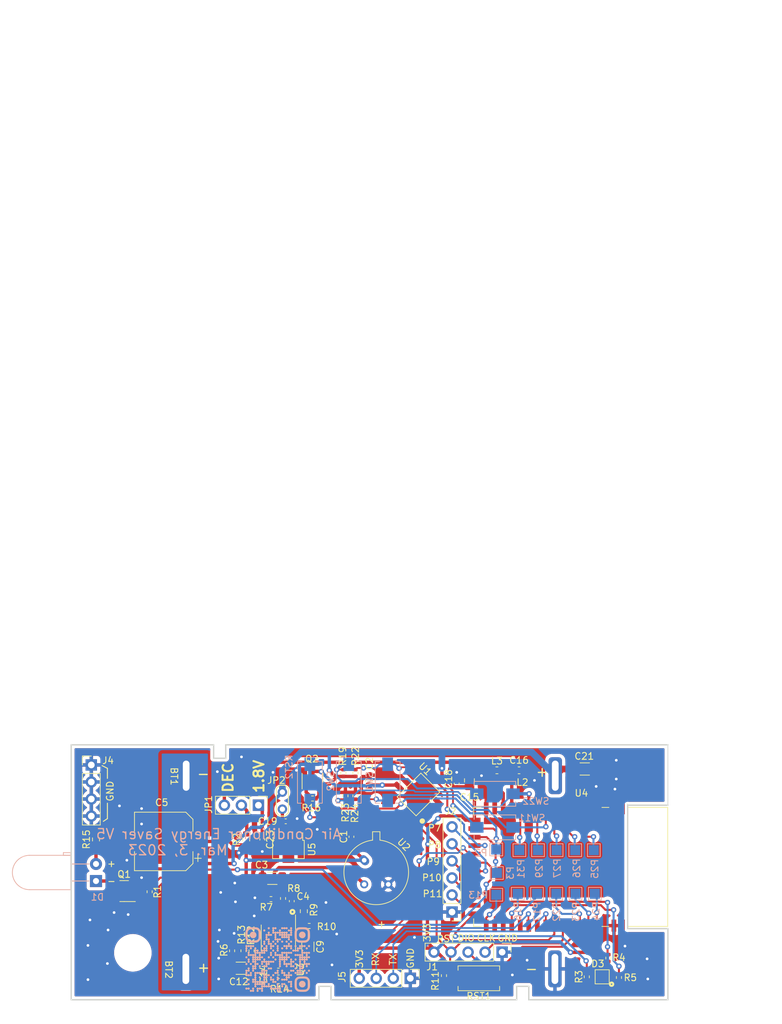
<source format=kicad_pcb>
(kicad_pcb (version 20211014) (generator pcbnew)
  (layers (0 "F.Cu" signal) (31 "B.Cu" signal) (34 "B.Paste" user) (35 "F.Paste" user) (36 "B.SilkS" user "B.Silkscreen") (37 "F.SilkS" user "F.Silkscreen") (38 "B.Mask" user) (39 "F.Mask" user) (44 "Edge.Cuts" user))
  (net 0 "")
  (net 1 "GND")
  (net 2 "Net-(D1-Pad1)")
  (net 3 "Net-(C2-Pad1)")
  (net 4 "Net-(C3-Pad1)")
  (net 5 "Net-(C4-Pad1)")
  (net 6 "Net-(C4-Pad2)")
  (net 7 "Net-(C9-Pad1)")
  (net 8 "Net-(C14-Pad1)")
  (net 9 "Net-(C12-Pad2)")
  (net 10 "/PIR")
  (net 11 "/OP_VCC")
  (net 12 "Net-(D1-Pad2)")
  (net 13 "Net-(D3-Pad1)")
  (net 14 "Net-(D3-Pad2)")
  (net 15 "Net-(D3-Pad4)")
  (net 16 "/RESET")
  (net 17 "/SWCLK")
  (net 18 "/SWDIO")
  (net 19 "Net-(L2-Pad2)")
  (net 20 "Net-(L3-Pad2)")
  (net 21 "/IR1")
  (net 22 "/LED_B")
  (net 23 "/LED_G")
  (net 24 "/LED_R")
  (net 25 "Net-(R7-Pad1)")
  (net 26 "/TX")
  (net 27 "/RX")
  (net 28 "Net-(J2-Pad2)")
  (net 29 "Net-(R19-Pad1)")
  (net 30 "Net-(R22-Pad1)")
  (net 31 "/SW2")
  (net 32 "/SW1")
  (net 33 "/IR_IN")
  (net 34 "+3V0")
  (net 35 "Net-(BT1-Pad2)")
  (net 36 "+1V8")
  (net 37 "/DEC4")
  (net 38 "Net-(JP1-Pad2)")
  (net 39 "Net-(Q1-Pad1)")
  (net 43 "Net-(C19-Pad1)")
  (net 44 "Net-(J2-Pad3)")
  (net 45 "Net-(J2-Pad4)")
  (net 46 "Net-(J2-Pad5)")
  (net 47 "Net-(J2-Pad6)")
  (net 48 "Net-(P3-Pad1)")
  (net 49 "Net-(P13-Pad1)")
  (net 50 "Net-(P16-Pad1)")
  (net 52 "Net-(P17-Pad1)")
  (net 53 "/DRV_IR")
  (net 54 "Net-(P23-Pad1)")
  (net 55 "Net-(P24-Pad1)")
  (net 56 "Net-(P25-Pad1)")
  (net 57 "Net-(P26-Pad1)")
  (net 58 "Net-(P27-Pad1)")
  (net 59 "Net-(P29-Pad1)")
  (net 60 "Net-(P31-Pad1)")
  (net 61 "Net-(P22-Pad1)")
  (net 62 "Net-(R13-Pad2)")
  (footprint "Capacitor_SMD:CP_Elec_8x10.5" (layer "F.Cu") (at 110.8 87.7 180)
    (fp_text reference "C5")
    (fp_text value "1000uF")
  )
  (footprint "Motion_sense:IRM-H638" (layer "F.Cu") (at 148.8 80.7 45)
    (fp_text reference "U1")
    (fp_text value "IRM-H638T/TR2")
  )
  (footprint "Resistor_SMD:R_0402_1005Metric" (layer "F.Cu") (at 178.7 107.98 90)
    (fp_text reference "R5")
    (fp_text value "1K")
  )
  (footprint "Resistor_SMD:R_0402_1005Metric" (layer "F.Cu") (at 121 104 -90)
    (fp_text reference "R6")
    (fp_text value "13K")
  )
  (footprint "Package_TO_SOT_SMD:SOT-23" (layer "F.Cu") (at 133 78.2 90)
    (fp_text reference "Q2")
    (fp_text value "AO3401A")
  )
  (footprint "Capacitor_SMD:C_1206_3216Metric" (layer "F.Cu") (at 127 93.2 180)
    (fp_text reference "C3")
    (fp_text value "22uF")
  )
  (footprint "Button_Switch_SMD:SW_SPST_EVQPE1" (layer "F.Cu") (at 157.8 108.1 180)
    (fp_text reference "RST1")
    (fp_text value "SW_Push")
  )
  (footprint "Capacitor_SMD:C_0603_1608Metric" (layer "F.Cu") (at 163.8 77.1)
    (fp_text reference "C16")
    (fp_text value "1uF")
  )
  (footprint "Connector_PinHeader_2.54mm:PinHeader_1x06_P2.54mm_Vertical" (layer "F.Cu") (at 153.8 98.22 180)
    (fp_text reference "J2")
    (fp_text value "Conn_01x06_Male")
  )
  (footprint "Connector_PinHeader_2.54mm:PinHeader_1x03_P2.54mm_Vertical" (layer "F.Cu") (at 124.925 82.3 -90)
    (fp_text reference "JP1")
    (fp_text value "Jumper_3_Bridged12")
  )
  (footprint "Resistor_SMD:R_0402_1005Metric" (layer "F.Cu") (at 152.6 107.7 90)
    (fp_text reference "R11")
    (fp_text value "10K")
  )
  (footprint "Resistor_SMD:R_0402_1005Metric" (layer "F.Cu") (at 133 81.3 180)
    (fp_text reference "R16")
    (fp_text value "47K")
  )
  (footprint "Resistor_SMD:R_0402_1005Metric" (layer "F.Cu") (at 108.7 95.2 -90)
    (fp_text reference "R1")
    (fp_text value "4.7K")
  )
  (footprint "RF_Module:E73-2G4M04S" (layer "F.Cu") (at 171.5 91.5 -90)
    (fp_text reference "U4")
    (fp_text value "E73-2G4M04S-52810")
  )
  (footprint "Inductor_SMD:L_0603_1608Metric" (layer "F.Cu") (at 160.5 77.1 180)
    (fp_text reference "L3")
    (fp_text value "10uH")
  )
  (footprint "Connector_PinHeader_2.54mm:PinHeader_1x04_P2.54mm_Vertical" (layer "F.Cu") (at 100 76.3)
    (fp_text reference "J4")
    (fp_text value "Conn_01x04_Male")
  )
  (footprint "Resistor_SMD:R_0402_1005Metric" (layer "F.Cu") (at 123.9 104 -90)
    (fp_text reference "R12")
    (fp_text value "470K")
  )
  (footprint "Resistor_SMD:R_0603_1608Metric" (layer "F.Cu") (at 123.1 87.4 90)
    (fp_text reference "R2")
    (fp_text value "4.7K")
  )
  (footprint "Resistor_SMD:R_0603_1608Metric" (layer "F.Cu") (at 100.7 87.4 90)
    (fp_text reference "R15")
    (fp_text value "22R")
  )
  (footprint "Capacitor_SMD:C_0402_1005Metric" (layer "F.Cu") (at 154.5 79.1 90)
    (fp_text reference "C18")
    (fp_text value "100nF")
  )
  (footprint "Resistor_SMD:R_0402_1005Metric" (layer "F.Cu") (at 137.9 80.9 -90)
    (fp_text reference "R23")
    (fp_text value "10K")
  )
  (footprint "Resistor_SMD:R_0402_1005Metric" (layer "F.Cu") (at 128.6 96.2 90)
    (fp_text reference "R8")
    (fp_text value "10K")
  )
  (footprint "Resistor_SMD:R_0402_1005Metric" (layer "F.Cu") (at 132.5 100.3 180)
    (fp_text reference "R10")
    (fp_text value "30K")
  )
  (footprint "Resistor_SMD:R_0402_1005Metric" (layer "F.Cu") (at 137.6 77.5 -90)
    (fp_text reference "R19")
    (fp_text value "0R")
  )
  (footprint "Connector_PinHeader_2.54mm:PinHeader_1x05_P2.54mm_Vertical" (layer "F.Cu") (at 161.275 104.2 -90)
    (fp_text reference "J1")
    (fp_text value "Conn_01x05_Male")
  )
  (footprint "Connector_PinHeader_2.54mm:PinHeader_1x04_P2.54mm_Vertical" (layer "F.Cu") (at 147.58 108.1 -90)
    (fp_text reference "J5")
    (fp_text value "Conn_01x04_Male")
  )
  (footprint "Package_TO_SOT_SMD:SOT-89-3" (layer "F.Cu") (at 129.4 88.6 -90)
    (fp_text reference "U5")
    (fp_text value "HT7218")
  )
  (footprint "Capacitor_SMD:C_0402_1005Metric" (layer "F.Cu") (at 129 84.7)
    (fp_text reference "C19")
    (fp_text value "100nF")
  )
  (footprint "Motion_sense:FM-B2020RGBA-HG" (layer "F.Cu") (at 176.2 107.88 180)
    (fp_text reference "D3")
    (fp_text value "LED_RGBA")
  )
  (footprint "Capacitor_SMD:C_0603_1608Metric" (layer "F.Cu") (at 141.4 78.6 90)
    (fp_text reference "C2")
    (fp_text value "4.7uF")
  )
  (footprint "Resistor_SMD:R_0402_1005Metric" (layer "F.Cu") (at 126.8 96.3 180)
    (fp_text reference "R7")
    (fp_text value "47K")
  )
  (footprint "Resistor_SMD:R_0603_1608Metric" (layer "F.Cu") (at 131.7 98.1 -90)
    (fp_text reference "R9")
    (fp_text value "2.1M")
  )
  (footprint "Capacitor_SMD:C_0402_1005Metric" (layer "F.Cu") (at 125.5 87.4 -90)
    (fp_text reference "C23")
    (fp_text value "100nF")
  )
  (footprint "Package_TO_SOT_THT:TO-39-3" (layer "F.Cu") (at 140.703949 90.503949 -45)
    (fp_text reference "U2")
    (fp_text value "PIR203A-S0")
  )
  (footprint "Package_SO:SOIC-8_3.9x4.9mm_P1.27mm" (layer "F.Cu") (at 127.9 102.1 -90)
    (fp_text reference "U3")
    (fp_text value "RS8032XK")
  )
  (footprint "Capacitor_SMD:C_0805_2012Metric" (layer "F.Cu") (at 156.4 78.6 90)
    (fp_text reference "C15")
    (fp_text value "4.7uF")
  )
  (footprint "Capacitor_SMD:C_1206_3216Metric" (layer "F.Cu") (at 132.3 103.4 -90)
    (fp_text reference "C9")
    (fp_text value "10uF")
  )
  (footprint "Motion_sense:AA Batt" (layer "F.Cu") (at 140.85 106.7 180)
    (fp_text reference "BT2")
    (fp_text value "Battery_Cell")
  )
  (footprint "Capacitor_SMD:C_0402_1005Metric" (layer "F.Cu") (at 129.9 96.6 -90)
    (fp_text reference "C4")
    (fp_text value "10nF")
  )
  (footprint "Package_TO_SOT_SMD:SOT-23" (layer "F.Cu") (at 104.9 95.1 180)
    (fp_text reference "Q1")
    (fp_text value "BC817-40")
  )
  (footprint "Resistor_SMD:R_0402_1005Metric" (layer "F.Cu") (at 177.125 105.08 90)
    (fp_text reference "R4")
    (fp_text value "1K")
  )
  (footprint "Inductor_SMD:L_0402_1005Metric" (layer "F.Cu") (at 162.2 78.9 180)
    (fp_text reference "L2")
    (fp_text value "15nH")
  )
  (footprint "Capacitor_SMD:C_1206_3216Metric" (layer "F.Cu") (at 173.6 76.9 180)
    (fp_text reference "C21")
    (fp_text value "10uF")
  )
  (footprint "Capacitor_SMD:C_0603_1608Metric" (layer "F.Cu") (at 127.9 107.1)
    (fp_text reference "C14")
    (fp_text value "20nF")
  )
  (footprint "TestPoint:TestPoint_2Pads_Pitch2.54mm_Drill0.8mm" (layer "F.Cu") (at 128.5 80.35 -90)
    (fp_text reference "JP2")
    (fp_text value "Jumper_2_Open")
  )
  (footprint "Capacitor_SMD:C_1206_3216Metric" (layer "F.Cu") (at 122.3 106.6)
    (fp_text reference "C12")
    (fp_text value "10uF")
  )
  (footprint "Resistor_SMD:R_0402_1005Metric" (layer "F.Cu") (at 173.9 107.88 90)
    (fp_text reference "R3")
    (fp_text value "1K")
  )
  (footprint "Capacitor_SMD:C_0402_1005Metric" (layer "F.Cu") (at 138.8 87 90)
    (fp_text reference "C1")
    (fp_text value "10nF")
  )
  (footprint "Resistor_SMD:R_0402_1005Metric" (layer "F.Cu") (at 122.7 104 90)
    (fp_text reference "R13")
    (fp_text value "300K")
  )
  (footprint "Resistor_SMD:R_0402_1005Metric" (layer "F.Cu") (at 139.4 77.5 -90)
    (fp_text reference "R22")
    (fp_text value "0R")
  )
  (footprint "Resistor_SMD:R_0402_1005Metric" (layer "F.Cu") (at 127.9 108.5)
    (fp_text reference "R14")
    (fp_text value "1M")
  )
  (footprint "Motion_sense:Mounting Hole 2.3mm" (layer "F.Cu") (at 106.2 104.3)
    (fp_text reference "H1")
    (fp_text value "MountingHole")
  )
  (footprint "Motion_sense:AA Batt" (layer "F.Cu") (at 142.45 77.9)
    (fp_text reference "BT1")
    (fp_text value "Battery_Cell")
  )
  (footprint "Resistor_SMD:R_0402_1005Metric" (layer "F.Cu") (at 139.4 80.9 -90)
    (fp_text reference "R24")
    (fp_text value "10K")
  )
  (footprint "TestPoint:TestPoint_Pad_1.5x1.5mm" (layer "B.Cu") (at 166.475 95.5 -90)
    (fp_text reference "P17")
    (fp_text value "TestPoint")
  )
  (footprint "Button_Switch_SMD:SW_SPST_EVQPE1" (layer "B.Cu") (at 144.2 78.9 90)
    (fp_text reference "SW1")
    (fp_text value "SW_Push")
  )
  (footprint "Button_Switch_SMD:SW_SPST_EVQPE1" (layer "B.Cu") (at 160.2 85.6 180)
    (fp_text reference "SW11")
    (fp_text value "SW_Push")
  )
  (footprint "TestPoint:TestPoint_Pad_1.5x1.5mm" (layer "B.Cu") (at 163.85 89 -90)
    (fp_text reference "P31")
    (fp_text value "TestPoint")
  )
  (footprint "TestPoint:TestPoint_Pad_1.5x1.5mm" (layer "B.Cu") (at 172.175 89 -90)
    (fp_text reference "P26")
    (fp_text value "TestPoint")
  )
  (footprint "TestPoint:TestPoint_Pad_1.5x1.5mm" (layer "B.Cu") (at 169.35 95.5 -90)
    (fp_text reference "P22")
    (fp_text value "TestPoint")
  )
  (footprint "TestPoint:TestPoint_Pad_1.5x1.5mm" (layer "B.Cu") (at 174.95 89 -90)
    (fp_text reference "P25")
    (fp_text value "TestPoint")
  )
  (footprint "Button_Switch_SMD:SW_SPST_EVQPE1" (layer "B.Cu") (at 138.4 78.9 90)
    (fp_text reference "SW2")
    (fp_text value "SW_Push")
  )
  (footprint "TestPoint:TestPoint_Pad_1.5x1.5mm" (layer "B.Cu") (at 160.5 92.4 180)
    (fp_text reference "P3")
    (fp_text value "TestPoint")
  )
  (footprint "LOGO" (layer "B.Cu") (at 127.8 105.3 180)
    (fp_text reference "G***")
    (fp_text value "LOGO" hide)
  )
  (footprint "TestPoint:TestPoint_Pad_1.5x1.5mm" (layer "B.Cu") (at 160.4 88.9 180)
    (fp_text reference "P2")
    (fp_text value "TestPoint")
  )
  (footprint "Button_Switch_SMD:SW_SPST_EVQPE1" (layer "B.Cu") (at 160.2 80.6 180)
    (fp_text reference "SW22")
    (fp_text value "SW_Push")
  )
  (footprint "TestPoint:TestPoint_Pad_1.5x1.5mm" (layer "B.Cu") (at 163.6 95.5 -90)
    (fp_text reference "P16")
    (fp_text value "TestPoint")
  )
  (footprint "TestPoint:TestPoint_Pad_1.5x1.5mm" (layer "B.Cu") (at 166.625 89 -90)
    (fp_text reference "P29")
    (fp_text value "TestPoint")
  )
  (footprint "TestPoint:TestPoint_Pad_1.5x1.5mm" (layer "B.Cu") (at 160.4 95.65 -90)
    (fp_text reference "P13")
    (fp_text value "TestPoint")
  )
  (footprint "TestPoint:TestPoint_Pad_1.5x1.5mm" (layer "B.Cu") (at 172.225 95.5 -90)
    (fp_text reference "P23")
    (fp_text value "TestPoint")
  )
  (footprint "Button_Switch_SMD:SW_SPST_EVQPE1" (layer "B.Cu") (at 132.6 78.9 -90)
    (fp_text reference "RST2")
    (fp_text value "SW_Push")
  )
  (footprint "LED_THT:LED_D5.0mm_Horizontal_O3.81mm_Z3.0mm" (layer "B.Cu") (at 100.7 93.6 90)
    (fp_text reference "D1")
    (fp_text value "IR333-A")
  )
  (footprint "TestPoint:TestPoint_Pad_1.5x1.5mm" (layer "B.Cu") (at 169.4 89 -90)
    (fp_text reference "P27")
    (fp_text value "TestPoint")
  )
  (footprint "TestPoint:TestPoint_Pad_1.5x1.5mm" (layer "B.Cu") (at 175.1 95.5 -90)
    (fp_text reference "P24")
    (fp_text value "TestPoint")
  )
  (gr_line (start 102.4 84.3) (end 101.8 84.7) (layer "F.SilkS") (width 0.15))
  (gr_line (start 101.6 76.4) (end 102.4 76.8) (layer "F.SilkS") (width 0.15))
  (gr_line (start 102.4 82) (end 102.4 84.3) (layer "F.SilkS") (width 0.15))
  (gr_line (start 102.4 76.8) (end 102.4 78.3) (layer "F.SilkS") (width 0.15))
  (gr_line (start 97 73.3) (end 118.25 73.3) (layer "Edge.Cuts") (width 0.2))
  (gr_line (start 120.05 75.3) (end 120.05 73.3) (layer "Edge.Cuts") (width 0.2))
  (gr_line (start 133.95 111.3) (end 133.95 109.3) (layer "Edge.Cuts") (width 0.2))
  (gr_line (start 163.45 109.3) (end 165.25 109.3) (layer "Edge.Cuts") (width 0.2))
  (gr_line (start 135.75 111.3) (end 163.45 111.3) (layer "Edge.Cuts") (width 0.2))
  (gr_line (start 97 111.3) (end 133.95 111.3) (layer "Edge.Cuts") (width 0.2))
  (gr_line (start 118.25 73.3) (end 118.25 75.3) (layer "Edge.Cuts") (width 0.2))
  (gr_line (start 133.95 109.3) (end 135.75 109.3) (layer "Edge.Cuts") (width 0.2))
  (gr_line (start 118.25 75.3) (end 120.05 75.3) (layer "Edge.Cuts") (width 0.2))
  (gr_line (start 120.05 73.3) (end 186 73.3) (layer "Edge.Cuts") (width 0.2))
  (gr_line (start 135.75 109.3) (end 135.75 111.3) (layer "Edge.Cuts") (width 0.2))
  (gr_line (start 180 82.3) (end 180 100.7) (layer "Edge.Cuts") (width 0.2))
  (gr_line (start 163.45 111.3) (end 163.45 109.3) (layer "Edge.Cuts") (width 0.2))
  (gr_line (start 186 111.3) (end 186 100.7) (layer "Edge.Cuts") (width 0.2))
  (gr_line (start 186 73.3) (end 186 82.3) (layer "Edge.Cuts") (width 0.1))
  (gr_line (start 97 111.3) (end 97 73.3) (layer "Edge.Cuts") (width 0.2))
  (gr_line (start 165.25 109.3) (end 165.25 111.3) (layer "Edge.Cuts") (width 0.2))
  (gr_line (start 186 82.3) (end 180 82.3) (layer "Edge.Cuts") (width 0.2))
  (gr_line (start 180 100.7) (end 186 100.7) (layer "Edge.Cuts") (width 0.2))
  (gr_line (start 165.25 111.3) (end 186 111.3) (layer "Edge.Cuts") (width 0.2))
  (gr_text "Air Conditioner Energy Saver V5" (at 119 86.6) (layer "B.SilkS") (effects (font (size 1.5 1.5) (thickness 0.2)) (justify mirror)))
  (gr_text "Mar. 3, 2023" (at 112.9 89) (layer "B.SilkS") (effects (font (size 1.5 1.5) (thickness 0.2)) (justify mirror)))
  (gr_text "RX" (at 142.4 105.3 90) (layer "F.SilkS") (effects (font (size 1 1))))
  (gr_text "TX" (at 145 105.3 90) (layer "F.SilkS") (effects (font (size 1 1))))
  (gr_text "P9" (at 151 90.7) (layer "F.SilkS") (effects (font (size 1 1))))
  (gr_text "3V3" (at 150.1 101.3 90) (layer "F.SilkS") (effects (font (size 1 1))))
  (gr_text "GND" (at 162.1 102.1) (layer "F.SilkS") (effects (font (size 1 1))))
  (gr_text "CLK" (at 158.9 102.1) (layer "F.SilkS") (effects (font (size 1 1))))
  (gr_text "RST" (at 152.9 102.2) (layer "F.SilkS") (effects (font (size 1 1))))
  (gr_text "P7" (at 151.2 85.7) (layer "F.SilkS") (effects (font (size 1 1))))
  (gr_text "P8" (at 151.2 88.2) (layer "F.SilkS") (effects (font (size 1 1))))
  (gr_text "3V3" (at 140 105.2 90) (layer "F.SilkS") (effects (font (size 1 1))))
  (gr_text "1.8V" (at 125 78 90) (layer "F.SilkS") (effects (font (size 1.5 1.5) (thickness 0.3))))
  (gr_text "+" (at 143.3 100) (layer "F.SilkS") (effects (font (size 1 1))))
  (gr_text "GND" (at 102.8 80.2 90) (layer "F.SilkS") (effects (font (size 1 1))))
  (gr_text "DIO" (at 155.9 102.1) (layer "F.SilkS") (effects (font (size 1 1))))
  (gr_text "P11" (at 150.9 95.5) (layer "F.SilkS") (effects (font (size 1 1))))
  (gr_text "+" (at 103 91) (layer "F.SilkS") (effects (font (size 1 1))))
  (gr_text "GND" (at 147.6 105.1 90) (layer "F.SilkS") (effects (font (size 1 1))))
  (gr_text "DEC" (at 120.4 78.2 90) (layer "F.SilkS") (effects (font (size 1.5 1.5) (thickness 0.3))))
  (gr_text "-" (at 103 93.6) (layer "F.SilkS") (effects (font (size 1 1))))
  (gr_text "P10" (at 150.8 93.1) (layer "F.SilkS") (effects (font (size 1 1))))
  (segment (start 140.27548 78.22452) (end 140.27548 80.12452) (width 0.5) (layer "F.Cu") (net 1))
  (segment (start 154.5 78.62) (end 154.5 77.4) (width 0.3) (layer "F.Cu") (net 1))
  (segment (start 139.4 80.39) (end 137.9 80.39) (width 0.5) (layer "F.Cu") (net 1))
  (segment (start 141.2 78.025) (end 140.475 78.025) (width 0.5) (layer "F.Cu") (net 1))
  (segment (start 140.01 80.39) (end 139.4 80.39) (width 0.5) (layer "F.Cu") (net 1))
  (segment (start 140.27548 80.12452) (end 140.01 80.39) (width 0.5) (layer "F.Cu") (net 1))
  (segment (start 140.475 78.025) (end 140.27548 78.22452) (width 0.5) (layer "F.Cu") (net 1))
  (via (at 130.7 84.3) (size 0.8) (drill 0.4) (layers "F.Cu" "B.Cu") (net 1))
  (via (at 162.8 107.6) (size 0.8) (drill 0.4) (layers "F.Cu" "B.Cu") (net 1))
  (via (at 175.3 79.5) (size 0.8) (drill 0.4) (layers "F.Cu" "B.Cu") (net 1))
  (via (at 124.4 96.1) (size 0.8) (drill 0.4) (layers "F.Cu" "B.Cu") (net 1))
  (via (at 104.2 82.4) (size 0.8) (drill 0.4) (layers "F.Cu" "B.Cu") (net 1))
  (via (at 178.3 75.6) (size 0.8) (drill 0.4) (layers "F.Cu" "B.Cu") (net 1))
  (via (at 118.8 77.3) (size 0.8) (drill 0.4) (layers "F.Cu" "B.Cu") (net 1))
  (via (at 166.1 78.6) (size 0.8) (drill 0.4) (layers "F.Cu" "B.Cu") (net 1))
  (via (at 148.2 102) (size 0.8) (drill 0.4) (layers "F.Cu" "B.Cu") (net 1))
  (via (at 103.4 98.3) (size 0.8) (drill 0.4) (layers "F.Cu" "B.Cu") (net 1))
  (via (at 105.5 98.6) (size 0.8) (drill 0.4) (layers "F.Cu" "B.Cu") (net 1))
  (via (at 133.7 85.9) (size 0.8) (drill 0.4) (layers "F.Cu" "B.Cu") (net 1))
  (via (at 99.5 108.3) (size 0.8) (drill 0.4) (layers "F.Cu" "B.Cu") (net 1))
  (via (at 121.3 101.4) (size 0.8) (drill 0.4) (layers "F.Cu" "B.Cu") (net 1))
  (via (at 107.5 85.1) (size 0.8) (drill 0.4) (layers "F.Cu" "B.Cu") (net 1))
  (via (at 158.2 77.9) (size 0.8) (drill 0.4) (layers "F.Cu" "B.Cu") (net 1))
  (via (at 121.5 96.7) (size 0.8) (drill 0.4) (layers "F.Cu" "B.Cu") (net 1))
  (via (at 99.5 103.2) (size 0.8) (drill 0.4) (layers "F.Cu" "B.Cu") (net 1))
  (via (at 107.5 93.1) (size 0.8) (drill 0.4) (layers "F.Cu" "B.Cu") (net 1))
  (via (at 182.9 105.2) (size 0.8) (drill 0.4) (layers "F.Cu" "B.Cu") (net 1))
  (via (at 154.5 77.4) (size 0.8) (drill 0.4) (layers "F.Cu" "B.Cu") (net 1))
  (via (at 178.3 78.4) (size 0.8) (drill 0.4) (layers "F.Cu" "B.Cu") (net 1))
  (via (at 119 105.1) (size 0.8) (drill 0.4) (layers "F.Cu" "B.Cu") (net 1))
  (via (at 99.8 99.4) (size 0.8) (drill 0.4) (layers "F.Cu" "B.Cu") (net 1))
  (via (at 136.6 101.5) (size 0.8) (drill 0.4) (layers "F.Cu" "B.Cu") (net 1))
  (via (at 135 96.8) (size 0.8) (drill 0.4) (layers "F.Cu" "B.Cu") (net 1))
  (via (at 127.1 77.4) (size 0.8) (drill 0.4) (layers "F.Cu" "B.Cu") (net 1))
  (via (at 119 108.2) (size 0.8) (drill 0.4) (layers "F.Cu" "B.Cu") (net 1))
  (via (at 118.9 102.6) (size 0.8) (drill 0.4) (layers "F.Cu" "B.Cu") (net 1))
  (via (at 119.1 100.9) (size 0.8) (drill 0.4) (layers "F.Cu" "B.Cu") (net 1))
  (via (at 135.9 106.1) (size 0.8) (drill 0.4) (layers "F.Cu" "B.Cu") (net 1))
  (via (at 119.3 95.3) (size 0.8) (drill 0.4) (layers "F.Cu" "B.Cu") (net 1))
  (via (at 105.3 90.5) (size 0.8) (drill 0.4) (layers "F.Cu" "B.Cu") (net 1))
  (via (at 124.3 98.8) (size 0.8) (drill 0.4) (layers "F.Cu" "B.Cu") (net 1))
  (via (at 183 108.2) (size 0.8) (drill 0.4) (layers "F.Cu" "B.Cu") (net 1))
  (via (at 107.5 82.8) (size 0.8) (drill 0.4) (layers "F.Cu" "B.Cu") (net 1))
  (via (at 179.6 103.3) (size 0.8) (drill 0.4) (layers "F.Cu" "B.Cu") (net 1))
  (via (at 165 105.4) (size 0.8) (drill 0.4) (layers "F.Cu" "B.Cu") (net 1))
  (via (at 122 89.4) (size 0.8) (drill 0.4) (layers "F.Cu" "B.Cu") (net 1))
  (via (at 121.4 93.9) (size 0.8) (drill 0.4) (layers "F.Cu" "B.Cu") (net 1))
  (via (at 125.5 89.2) (size 0.8) (drill 0.4) (layers "F.Cu" "B.Cu") (net 1))
  (via (at 102.5 100.9) (size 0.8) (drill 0.4) (layers "F.Cu" "B.Cu") (net 1))
  (via (at 130.6 77.1) (size 0.8) (drill 0.4) (layers "F.Cu" "B.Cu") (net 1))
  (via (at 178.1 79.9) (size 0.8) (drill 0.4) (layers "F.Cu" "B.Cu") (net 1))
  (via (at 102.4 105.9) (size 0.8) (drill 0.4) (layers "F.Cu" "B.Cu") (net 1))
  (via (at 122.4 75.1) (size 0.8) (drill 0.4) (layers "F.Cu" "B.Cu") (net 1))
  (segment (start 103.9625 95.1) (end 103.7 95.1) (width 0.5) (layer "F.Cu") (net 2))
  (segment (start 103.7 95.1) (end 102.2 93.6) (width 0.5) (layer "F.Cu") (net 2))
  (segment (start 102.2 93.6) (end 100.7 93.6) (width 0.5) (layer "F.Cu") (net 2))
  (segment (start 133 77.2625) (end 134.2625 77.2625) (width 0.5) (layer "F.Cu") (net 3))
  (segment (start 134.2625 77.2625) (end 134.3 77.3) (width 0.5) (layer "F.Cu") (net 3))
  (segment (start 141.475 79.3) (end 141.4 79.375) (width 0.5) (layer "F.Cu") (net 3))
  (segment (start 145.773781 79.625) (end 145.851365 79.547416) (width 0.5) (layer "F.Cu") (net 3))
  (segment (start 145.603949 79.3) (end 145.851365 79.547416) (width 0.5) (layer "F.Cu") (net 3))
  (segment (start 143.4 79.3) (end 141.475 79.3) (width 0.5) (layer "F.Cu") (net 3))
  (segment (start 143.4 79.3) (end 145.603949 79.3) (width 0.5) (layer "F.Cu") (net 3))
  (via (at 143.4 79.3) (size 0.8) (drill 0.4) (layers "F.Cu" "B.Cu") (net 3))
  (via (at 134.3 77.3) (size 0.8) (drill 0.4) (layers "F.Cu" "B.Cu") (net 3))
  (segment (start 136.4 79.4) (end 143.1 79.4) (width 0.5) (layer "B.Cu") (net 3))
  (segment (start 134.3 77.3) (end 136.4 79.4) (width 0.5) (layer "B.Cu") (net 3))
  (segment (start 143.3 79.4) (end 143.4 79.3) (width 0.5) (layer "B.Cu") (net 3))
  (segment (start 143.1 79.4) (end 143.3 79.4) (width 0.5) (layer "B.Cu") (net 3))
  (segment (start 128.6 93.325) (end 128.475 93.2) (width 0.5) (layer "F.Cu") (net 4))
  (segment (start 128.6 95.69) (end 128.6 93.325) (width 0.5) (layer "F.Cu") (net 4))
  (segment (start 128.726636 96.71) (end 128.6 96.71) (width 0.5) (layer "F.Cu") (net 5))
  (segment (start 128.535 96.775) (end 128.6 96.71) (width 0.5) (layer "F.Cu") (net 5))
  (segment (start 128.535 99.625) (end 128.535 96.775) (width 0.5) (layer "F.Cu") (net 5))
  (segment (start 131.7 96.4) (end 131.7 97.275) (width 0.5) (layer "F.Cu") (net 5))
  (segment (start 129.316636 96.12) (end 128.726636 96.71) (width 0.5) (layer "F.Cu") (net 5))
  (segment (start 129.9 96.12) (end 129.316636 96.12) (width 0.5) (layer "F.Cu") (net 5))
  (segment (start 129.9 96.12) (end 131.42 96.12) (width 0.5) (layer "F.Cu") (net 5))
  (segment (start 131.42 96.12) (end 131.7 96.4) (width 0.5) (layer "F.Cu") (net 5))
  (segment (start 132.625 98.925) (end 133.01 99.31) (width 0.5) (layer "F.Cu") (net 6))
  (segment (start 131.7 98.925) (end 130.505 98.925) (width 0.5) (layer "F.Cu") (net 6))
  (segment (start 133.01 99.31) (end 133.01 100.3) (width 0.5) (layer "F.Cu") (net 6))
  (segment (start 129.805 97.175) (end 129.9 97.08) (width 0.5) (layer "F.Cu") (net 6))
  (segment (start 131.7 98.925) (end 132.625 98.925) (width 0.5) (layer "F.Cu") (net 6))
  (segment (start 130.505 98.925) (end 129.805 99.625) (width 0.5) (layer "F.Cu") (net 6))
  (segment (start 129.805 99.625) (end 129.805 97.175) (width 0.5) (layer "F.Cu") (net 6))
  (segment (start 131.99 100.3) (end 131.99 101.615) (width 0.5) (layer "F.Cu") (net 7))
  (segment (start 131.99 101.615) (end 132.3 101.925) (width 0.5) (layer "F.Cu") (net 7))
  (segment (start 132.3 108.3) (end 130.9 109.7) (width 0.5) (layer "F.Cu") (net 8))
  (segment (start 127.265 106.96) (end 127.125 107.1) (width 0.5) (layer "F.Cu") (net 8))
  (segment (start 127.6 109.7) (end 127.39 109.49) (width 0.5) (layer "F.Cu") (net 8))
  (segment (start 132.3 104.875) (end 132.3 108.3) (width 0.5) (layer "F.Cu") (net 8))
  (segment (start 127.39 109.49) (end 127.39 108.5) (width 0.5) (layer "F.Cu") (net 8))
  (segment (start 127.265 104.575) (end 127.265 106.96) (width 0.5) (layer "F.Cu") (net 8))
  (segment (start 127.125 107.1) (end 127.125 108.235) (width 0.5) (layer "F.Cu") (net 8))
  (segment (start 130.9 109.7) (end 127.6 109.7) (width 0.5) (layer "F.Cu") (net 8))
  (segment (start 127.125 108.235) (end 127.39 108.5) (width 0.5) (layer "F.Cu") (net 8))
  (segment (start 125.93 104.51) (end 125.995 104.575) (width 0.5) (layer "F.Cu") (net 9))
  (segment (start 123.775 104.635) (end 123.9 104.51) (width 0.5) (layer "F.Cu") (net 9))
  (segment (start 123.775 106.6) (end 123.775 104.635) (width 0.5) (layer "F.Cu") (net 9))
  (segment (start 123.9 104.51) (end 125.93 104.51) (width 0.5) (layer "F.Cu") (net 9))
  (segment (start 122.7 104.51) (end 123.9 104.51) (width 0.5) (layer "F.Cu") (net 9))
  (segment (start 130.8 104) (end 130.8 106) (width 0.254) (layer "F.Cu") (net 10))
  (segment (start 139.2 103.4) (end 131.4 103.4) (width 0.254) (layer "F.Cu") (net 10))
  (segment (start 131.4 103.4) (end 130.8 104) (width 0.254) (layer "F.Cu") (net 10))
  (segment (start 128.41 107.365) (end 128.675 107.1) (width 0.3) (layer "F.Cu") (net 10))
  (segment (start 130.8 106) (end 129.7 107.1) (width 0.254) (layer "F.Cu") (net 10))
  (segment (start 155.449977 88.650023) (end 156.394954 89.595) (width 0.254) (layer "F.Cu") (net 10))
  (segment (start 141.7 100.9) (end 139.2 103.4) (width 0.254) (layer "F.Cu") (net 10))
  (segment (start 148.9 97) (end 145 100.9) (width 0.254) (layer "F.Cu") (net 10))
  (segment (start 128.535 104.575) (end 128.535 106.96) (width 0.3) (layer "F.Cu") (net 10))
  (segment (start 128.535 106.96) (end 128.675 107.1) (width 0.3) (layer "F.Cu") (net 10))
  (segment (start 145 100.9) (end 141.7 100.9) (width 0.254) (layer "F.Cu") (net 10))
  (segment (start 128.41 108.5) (end 128.41 107.365) (width 0.3) (layer "F.Cu") (net 10))
  (segment (start 129.7 107.1) (end 128.675 107.1) (width 0.254) (layer "F.Cu") (net 10))
  (segment (start 148.9 90.6) (end 148.9 97) (width 0.254) (layer "F.Cu") (net 10))
  (segment (start 156.394954 89.595) (end 157.15 89.595) (width 0.254) (layer "F.Cu") (net 10))
  (via (at 155.449977 88.650023) (size 0.8) (drill 0.4) (layers "F.Cu" "B.Cu") (net 10))
  (via (at 148.9 90.6) (size 0.8) (drill 0.4) (layers "F.Cu" "B.Cu") (net 10))
  (segment (start 154.676511 89.423489) (end 150.076511 89.423489) (width 0.254) (layer "B.Cu") (net 10))
  (segment (start 155.449977 88.650023) (end 154.676511 89.423489) (width 0.254) (layer "B.Cu") (net 10))
  (segment (start 150.076511 89.423489) (end 148.9 90.6) (width 0.254) (layer "B.Cu") (net 10))
  (segment (start 123.1 101.6) (end 123.1 90.5) (width 0.5) (layer "F.Cu") (net 11))
  (segment (start 129.805 103.105) (end 129.1 102.4) (width 0.5) (layer "F.Cu") (net 11))
  (segment (start 129.1 102.4) (end 124.2 102.4) (width 0.5) (layer "F.Cu") (net 11))
  (segment (start 138.8 87.48) (end 138.8 88.6) (width 0.5) (layer "F.Cu") (net 11))
  (segment (start 138.8 88.6) (end 140.703949 90.503949) (width 0.5) (layer "F.Cu") (net 11))
  (segment (start 120.6 87.7) (end 121.125 88.225) (width 0.5) (layer "F.Cu") (net 11))
  (segment (start 121.125 88.225) (end 123.1 88.225) (width 0.5) (layer "F.Cu") (net 11))
  (segment (start 123.9 102.9) (end 123.9 102.4) (width 0.5) (layer "F.Cu") (net 11))
  (segment (start 123.1 90.5) (end 123.1 88.225) (width 0.5) (layer "F.Cu") (net 11))
  (segment (start 124.2 102.4) (end 123.9 102.7) (width 0.5) (layer "F.Cu") (net 11))
  (segment (start 123.9 102.9) (end 123.9 103.49) (width 0.5) (layer "F.Cu") (net 11))
  (segment (start 129.805 104.575) (end 129.805 103.105) (width 0.5) (layer "F.Cu") (net 11))
  (segment (start 115.5 87.7) (end 120.6 87.7) (width 0.5) (layer "F.Cu") (net 11))
  (segment (start 123.9 102.4) (end 123.1 101.6) (width 0.5) (layer "F.Cu") (net 11))
  (segment (start 123.9 102.7) (end 123.9 102.9) (width 0.5) (layer "F.Cu") (net 11))
  (via (at 123.1 90.5) (size 0.8) (drill 0.4) (layers "F.Cu" "B.Cu") (net 11))
  (segment (start 123.103949 90.503949) (end 123.1 90.5) (width 0.5) (layer "B.Cu") (net 11))
  (segment (start 140.703949 90.503949) (end 123.103949 90.503949) (width 0.5) (layer "B.Cu") (net 11))
  (segment (start 100.675 91.035) (end 100.7 91.06) (width 0.5) (layer "F.Cu") (net 12))
  (segment (start 100.7 88.225) (end 100.7 91.06) (width 0.5) (layer "F.Cu") (net 12))
  (segment (start 178.64 108.43) (end 178.7 108.49) (width 0.3) (layer "F.Cu") (net 13))
  (segment (start 177.05 108.43) (end 178.64 108.43) (width 0.3) (layer "F.Cu") (net 13))
  (segment (start 175.31 108.39) (end 175.35 108.43) (width 0.3) (layer "F.Cu") (net 14))
  (segment (start 173.9 108.39) (end 175.31 108.39) (width 0.3) (layer "F.Cu") (net 14))
  (segment (start 177.125 105.59) (end 177.125 107.255) (width 0.3) (layer "F.Cu") (net 15))
  (segment (start 177.125 107.255) (end 177.05 107.33) (width 0.3) (layer "F.Cu") (net 15))
  (segment (start 151.5 88.1) (end 151.5 102.045) (width 0.3) (layer "F.Cu") (net 16))
  (segment (start 155.1 108.1) (end 152.71 108.1) (width 0.5) (layer "F.Cu") (net 16))
  (segment (start 153.52 103.6) (end 153.52 106.52) (width 0.3) (layer "F.Cu") (net 16))
  (segment (start 169.06 101.54) (end 168.19952 102.40048) (width 0.3) (layer "F.Cu") (net 16))
  (segment (start 147.5 84.1) (end 151.5 88.1) (width 0.3) (layer "F.Cu") (net 16))
  (segment (start 153.52 106.52) (end 155.1 108.1) (width 0.3) (layer "F.Cu") (net 16))
  (segment (start 155.45452 102.40048) (end 153.655 104.2) (width 0.3) (layer "F.Cu") (net 16))
  (segment (start 151.5 102.045) (end 153.655 104.2) (width 0.3) (layer "F.Cu") (net 16))
  (segment (start 169.06 100.25) (end 169.06 101.54) (width 0.3) (layer "F.Cu") (net 16))
  (segment (start 168.19952 102.40048) (end 155.45452 102.40048) (width 0.3) (layer "F.Cu") (net 16))
  (segment (start 152.71 108.1) (end 152.6 108.21) (width 0.5) (layer "F.Cu") (net 16))
  (segment (start 132.6 84.1) (end 147.5 84.1) (width 0.3) (layer "F.Cu") (net 16))
  (via (at 132.6 84.1) (size 0.8) (drill 0.4) (layers "F.Cu" "B.Cu") (net 16))
  (segment (start 132.6 84.1) (end 132.6 81.6) (width 0.3) (layer "B.Cu") (net 16))
  (segment (start 170.33 102.37) (end 170.33 100.25) (width 0.3) (layer "F.Cu") (net 17))
  (segment (start 158.735 104.2) (end 160.035 102.9) (width 0.3) (layer "F.Cu") (net 17))
  (segment (start 160.035 102.9) (end 169.8 102.9) (width 0.3) (layer "F.Cu") (net 17))
  (segment (start 169.8 102.9) (end 170.33 102.37) (width 0.3) (layer "F.Cu") (net 17))
  (segment (start 157.795 105.8) (end 156.195 104.2) (width 0.3) (layer "F.Cu") (net 18))
  (segment (start 171.6 100.25) (end 171.6 102.1) (width 0.3) (layer "F.Cu") (net 18))
  (segment (start 164.300481 103.399519) (end 161.9 105.8) (width 0.3) (layer "F.Cu") (net 18))
  (segment (start 171.6 102.1) (end 170.300481 103.399519) (width 0.3) (layer "F.Cu") (net 18))
  (segment (start 161.9 105.8) (end 157.795 105.8) (width 0.3) (layer "F.Cu") (net 18))
  (segment (start 170.300481 103.399519) (end 164.300481 103.399519) (width 0.3) (layer "F.Cu") (net 18))
  (segment (start 161.715 78.9) (end 161.715 78.415) (width 0.5) (layer "F.Cu") (net 19))
  (segment (start 161.715 78.415) (end 161.2875 77.9875) (width 0.5) (layer "F.Cu") (net 19))
  (segment (start 161.2875 77.9875) (end 161.2875 77.1) (width 0.5) (layer "F.Cu") (net 19))
  (segment (start 159.7125 78.8125) (end 159.7125 77.1) (width 0.5) (layer "F.Cu") (net 20))
  (segment (start 161.44 82.75) (end 161.44 80.54) (width 0.5) (layer "F.Cu") (net 20))
  (segment (start 161.44 80.54) (end 159.7125 78.8125) (width 0.5) (layer "F.Cu") (net 20))
  (segment (start 113.9 91.9) (end 121.8 91.9) (width 0.3) (layer "F.Cu") (net 21))
  (segment (start 158.965 90.865) (end 157.15 90.865) (width 0.3) (layer "F.Cu") (net 21))
  (segment (start 158.9 94.1) (end 159.6 93.4) (width 0.3) (layer "F.Cu") (net 21))
  (segment (start 110.29 93.1) (end 112.7 93.1) (width 0.3) (layer "F.Cu") (net 21))
  (segment (start 159.6 91.5) (end 158.965 90.865) (width 0.3) (layer "F.Cu") (net 21))
  (segment (start 159.6 93.4) (end 159.6 91.5) (width 0.3) (layer "F.Cu") (net 21))
  (segment (start 112.7 93.1) (end 113.9 91.9) (width 0.3) (layer "F.Cu") (net 21))
  (segment (start 108.7 94.69) (end 110.29 93.1) (width 0.3) (layer "F.Cu") (net 21))
  (via (at 158.9 94.1) (size 0.8) (drill 0.4) (layers "F.Cu" "B.Cu") (net 21))
  (via (at 121.8 91.9) (size 0.8) (drill 0.4) (layers "F.Cu" "B.Cu") (net 21))
  (segment (start 158.9 95.8) (end 154.57652 100.12348) (width 0.3) (layer "B.Cu") (net 21))
  (segment (start 142.72348 100.12348) (end 134.5 91.9) (width 0.3) (layer "B.Cu") (net 21))
  (segment (start 158.9 94.1) (end 158.9 95.8) (width 0.3) (layer "B.Cu") (net 21))
  (segment (start 134.5 91.9) (end 121.8 91.9) (width 0.3) (layer "B.Cu") (net 21))
  (segment (start 154.57652 100.12348) (end 142.72348 100.12348) (width 0.3) (layer "B.Cu") (net 21))
  (segment (start 154.3 101.335) (end 157.15 98.485) (width 0.3) (layer "F.Cu") (net 22))
  (segment (start 173.9 107.37) (end 173.9 105.6) (width 0.3) (layer "F.Cu") (net 22))
  (segment (start 154.3 101.8265) (end 154.3 101.335) (width 0.3) (layer "F.Cu") (net 22))
  (segment (start 173.9 105.6) (end 173.8 105.5) (width 0.3) (layer "F.Cu") (net 22))
  (via (at 173.8 105.5) (size 0.8) (drill 0.4) (layers "F.Cu" "B.Cu") (net 22))
  (via (at 154.3 101.8265) (size 0.8) (drill 0.4) (layers "F.Cu" "B.Cu") (net 22))
  (segment (start 173.8 105.5) (end 170.1265 101.8265) (width 0.3) (layer "B.Cu") (net 22))
  (segment (start 170.1265 101.8265) (end 154.3 101.8265) (width 0.3) (layer "B.Cu") (net 22))
  (segment (start 160.9 98.3) (end 162.5 96.7) (width 0.3) (layer "F.Cu") (net 23))
  (segment (start 160.17 99.03) (end 160.9 98.3) (width 0.3) (layer "F.Cu") (net 23))
  (segment (start 162.5 96.7) (end 165.1 96.7) (width 0.3) (layer "F.Cu") (net 23))
  (segment (start 176.9 96.7) (end 177 96.8) (width 0.3) (layer "F.Cu") (net 23))
  (segment (start 160.17 100.25) (end 160.17 99.03) (width 0.3) (layer "F.Cu") (net 23))
  (segment (start 165.1 96.7) (end 176.9 96.7) (width 0.3) (layer "F.Cu") (net 23))
  (segment (start 177 104.445) (end 177.125 104.57) (width 0.3) (layer "F.Cu") (net 23))
  (segment (start 177 103.4) (end 177 104.445) (width 0.3) (layer "F.Cu") (net 23))
  (via (at 177 96.8) (size 0.8) (drill 0.4) (layers "F.Cu" "B.Cu") (net 23))
  (via (at 177 103.4) (size 0.8) (drill 0.4) (layers "F.Cu" "B.Cu") (net 23))
  (segment (start 177 96.8) (end 177 103.4) (width 0.3) (layer "B.Cu") (net 23))
  (segment (start 162.153214 97.753214) (end 162.706908 97.19952) (width 0.3) (layer "F.Cu") (net 24))
  (segment (start 162.706908 97.19952) (end 167.3 97.19952) (width 0.3) (layer "F.Cu") (net 24))
  (segment (start 176.6 97.8) (end 176.7 97.9) (width 0.3) (layer "F.Cu") (net 24))
  (segment (start 161.44 98.466428) (end 162.153214 97.753214) (width 0.3) (layer "F.Cu") (net 24))
  (segment (start 178.7 106.3) (end 178.7 107.47) (width 0.3) (layer "F.Cu") (net 24))
  (segment (start 176.7 97.9) (end 177.9 97.9) (width 0.3) (layer "F.Cu") (net 24))
  (segment (start 167.3 97.19952) (end 175.99952 97.19952) (width 0.3) (layer "F.Cu") (net 24))
  (segment (start 175.99952 97.19952) (end 176.6 97.8) (width 0.3) (layer "F.Cu") (net 24))
  (segment (start 161.44 100.25) (end 161.44 98.466428) (width 0.3) (layer "F.Cu") (net 24))
  (via (at 177.9 97.9) (size 0.8) (drill 0.4) (layers "F.Cu" "B.Cu") (net 24))
  (via (at 178.7 106.3) (size 0.8) (drill 0.4) (layers "F.Cu" "B.Cu") (net 24))
  (segment (start 177.9 97.9) (end 177.9 105.5) (width 0.3) (layer "B.Cu") (net 24))
  (segment (start 177.9 105.5) (end 178.7 106.3) (width 0.3) (layer "B.Cu") (net 24))
  (segment (start 138.9 92.3) (end 138.907898 92.3) (width 0.5) (layer "F.Cu") (net 25))
  (segment (start 127.3 95) (end 127.3 96.29) (width 0.5) (layer "F.Cu") (net 25))
  (segment (start 127.265 96.345) (end 127.31 96.3) (width 0.5) (layer "F.Cu") (net 25))
  (segment (start 127.31 92.29) (end 128 91.6) (width 0.5) (layer "F.Cu") (net 25))
  (segment (start 127.3 96.29) (end 127.31 96.3) (width 0.5) (layer "F.Cu") (net 25))
  (segment (start 127.265 99.625) (end 127.265 96.345) (width 0.5) (layer "F.Cu") (net 25))
  (segment (start 138.907898 92.3) (end 140.703949 94.096051) (width 0.5) (layer "F.Cu") (net 25))
  (segment (start 127.31 96.3) (end 127.31 92.29) (width 0.5) (layer "F.Cu") (net 25))
  (segment (start 128 91.6) (end 138.2 91.6) (width 0.5) (layer "F.Cu") (net 25))
  (segment (start 138.2 91.6) (end 138.9 92.3) (width 0.5) (layer "F.Cu") (net 25))
  (segment (start 167.79 98.51) (end 167.79 100.25) (width 0.254) (layer "F.Cu") (net 26))
  (segment (start 167.8 98.5) (end 167.79 98.51) (width 0.254) (layer "F.Cu") (net 26))
  (via (at 167.8 98.5) (size 0.8) (drill 0.4) (layers "F.Cu" "B.Cu") (net 26))
  (segment (start 145.04 103.06) (end 145.04 108.1) (width 0.254) (layer "B.Cu") (net 26))
  (segment (start 167.8 98.5) (end 165.2 101.1) (width 0.254) (layer "B.Cu") (net 26))
  (segment (start 147 101.1) (end 145.04 103.06) (width 0.254) (layer "B.Cu") (net 26))
  (segment (start 165.2 101.1) (end 147 101.1) (width 0.254) (layer "B.Cu") (net 26))
  (segment (start 165.2 100.2) (end 165.25 100.25) (width 0.254) (layer "F.Cu") (net 27))
  (segment (start 165.2 98.5) (end 165.2 100.2) (width 0.254) (layer "F.Cu") (net 27))
  (via (at 165.2 98.5) (size 0.8) (drill 0.4) (layers "F.Cu" "B.Cu") (net 27))
  (segment (start 165.2 98.5) (end 163.1 100.6) (width 0.254) (layer "B.Cu") (net 27))
  (segment (start 146.7 100.6) (end 142.5 104.8) (width 0.254) (layer "B.Cu") (net 27))
  (segment (start 163.1 100.6) (end 146.7 100.6) (width 0.254) (layer "B.Cu") (net 27))
  (segment (start 142.5 104.8) (end 142.5 108.1) (width 0.254) (layer "B.Cu") (net 27))
  (segment (start 157.15 97.215) (end 155.335 97.215) (width 0.3) (layer "F.Cu") (net 28))
  (segment (start 155.335 97.215) (end 153.8 95.68) (width 0.3) (layer "F.Cu") (net 28))
  (segment (start 136.6 77) (end 137.59 77) (width 0.25) (layer "F.Cu") (net 29))
  (segment (start 137.59 77) (end 137.6 76.99) (width 0.25) (layer "F.Cu") (net 29))
  (via (at 136.6 77) (size 0.8) (drill 0.4) (layers "F.Cu" "B.Cu") (net 29))
  (segment (start 137.4 76.2) (end 136.6 77) (width 0.5) (layer "B.Cu") (net 29))
  (segment (start 138.4 76.2) (end 137.4 76.2) (width 0.5) (layer "B.Cu") (net 29))
  (segment (start 137.349511 78.749511) (end 136.6 78) (width 0.3) (layer "B.Cu") (net 29))
  (segment (start 148.6 79.8) (end 147.2 78.4) (width 0.3) (layer "B.Cu") (net 29))
  (segment (start 136.6 78) (end 136.6 77) (width 0.3) (layer "B.Cu") (net 29))
  (segment (start 139.8 78.4) (end 139.450489 78.749511) (width 0.3) (layer "B.Cu") (net 29))
  (segment (start 157.5 80.6) (end 156.7 79.8) (width 0.3) (layer "B.Cu") (net 29))
  (segment (start 147.2 78.4) (end 139.8 78.4) (width 0.3) (layer "B.Cu") (net 29))
  (segment (start 139.450489 78.749511) (end 137.349511 78.749511) (width 0.3) (layer "B.Cu") (net 29))
  (segment (start 156.7 79.8) (end 148.6 79.8) (width 0.3) (layer "B.Cu") (net 29))
  (segment (start 140.6 76.7495) (end 139.6405 76.7495) (width 0.25) (layer "F.Cu") (net 30))
  (segment (start 153.947576 80.222962) (end 150.36706 76.642446) (width 0.25) (layer "F.Cu") (net 30))
  (segment (start 139.6405 76.7495) (end 139.4 76.99) (width 0.25) (layer "F.Cu") (net 30))
  (segment (start 153.947576 82.370265) (end 153.947576 80.222962) (width 0.25) (layer "F.Cu") (net 30))
  (segment (start 150.36706 76.642446) (end 146.057554 76.642446) (width 0.25) (layer "F.Cu") (net 30))
  (segment (start 146.057554 76.642446) (end 145.9 76.8) (width 0.25) (layer "F.Cu") (net 30))
  (via (at 145.9 76.8) (size 0.8) (drill 0.4) (layers "F.Cu" "B.Cu") (net 30))
  (via (at 153.947576 82.370265) (size 0.8) (drill 0.4) (layers "F.Cu" "B.Cu") (net 30))
  (via (at 140.6 76.7495) (size 0.8) (drill 0.4) (layers "F.Cu" "B.Cu") (net 30))
  (segment (start 145.3 76.2) (end 145.9 76.8) (width 0.25) (layer "B.Cu") (net 30))
  (segment (start 144.2 76.2) (end 145.3 76.2) (width 0.25) (layer "B.Cu") (net 30))
  (segment (start 142.4505 76.7495) (end 143 76.2) (width 0.25) (layer "B.Cu") (net 30))
  (segment (start 153.947576 82.370265) (end 154.270265 82.370265) (width 0.3) (layer "B.Cu") (net 30))
  (segment (start 143 76.2) (end 144.2 76.2) (width 0.25) (layer "B.Cu") (net 30))
  (segment (start 140.6 76.7495) (end 142.4505 76.7495) (width 0.25) (layer "B.Cu") (net 30))
  (segment (start 154.270265 82.370265) (end 157.5 85.6) (width 0.3) (layer "B.Cu") (net 30))
  (segment (start 136.99 81.41) (end 137.9 81.41) (width 0.25) (layer "F.Cu") (net 31))
  (segment (start 165.25 82.75) (end 165.25 80.65) (width 0.5) (layer "F.Cu") (net 31))
  (segment (start 136.8 81.6) (end 136.99 81.41) (width 0.25) (layer "F.Cu") (net 31))
  (segment (start 165.25 80.65) (end 165.3 80.6) (width 0.5) (layer "F.Cu") (net 31))
  (via (at 165.3 80.6) (size 0.8) (drill 0.4) (layers "F.Cu" "B.Cu") (net 31))
  (via (at 136.8 81.6) (size 0.8) (drill 0.4) (layers "F.Cu" "B.Cu") (net 31))
  (segment (start 138.4 81.6) (end 139.9 80.1) (width 0.25) (layer "B.Cu") (net 31))
  (segment (start 156.92548 82.52548) (end 160.97452 82.52548) (width 0.25) (layer "B.Cu") (net 31))
  (segment (start 136.8 81.6) (end 138.4 81.6) (width 0.25) (layer "B.Cu") (net 31))
  (segment (start 165.3 80.6) (end 162.9 80.6) (width 0.5) (layer "B.Cu") (net 31))
  (segment (start 148.1 80.1) (end 148.3 80.3) (width 0.25) (layer "B.Cu") (net 31))
  (segment (start 160.97452 82.52548) (end 162.9 80.6) (width 0.25) (layer "B.Cu") (net 31))
  (segment (start 139.9 80.1) (end 148.1 80.1) (width 0.25) (layer "B.Cu") (net 31))
  (segment (start 148.3 80.3) (end 154.7 80.3) (width 0.25) (layer "B.Cu") (net 31))
  (segment (start 154.7 80.3) (end 156.92548 82.52548) (width 0.25) (layer "B.Cu") (net 31))
  (segment (start 142.49 81.41) (end 139.4 81.41) (width 0.25) (layer "F.Cu") (net 32))
  (segment (start 142.5 81.4) (end 142.49 81.41) (width 0.25) (layer "F.Cu") (net 32))
  (segment (start 167.79 85.49) (end 167.8 85.5) (width 0.3) (layer "F.Cu") (net 32))
  (segment (start 167.79 82.75) (end 167.79 85.49) (width 0.3) (layer "F.Cu") (net 32))
  (via (at 142.5 81.4) (size 0.8) (drill 0.4) (layers "F.Cu" "B.Cu") (net 32))
  (via (at 167.8 85.5) (size 0.8) (drill 0.4) (layers "F.Cu" "B.Cu") (net 32))
  (segment (start 161.8 85.6) (end 159.2 83) (width 0.3) (layer "B.Cu") (net 32))
  (segment (start 156.728927 82.999999) (end 154.528928 80.8) (width 0.3) (layer "B.Cu") (net 32))
  (segment (start 167.8 85.5) (end 167.7 85.6) (width 0.3) (layer "B.Cu") (net 32))
  (segment (start 142.7 81.6) (end 142.5 81.4) (width 0.3) (layer "B.Cu") (net 32))
  (segment (start 154.528928 80.8) (end 145 80.8) (width 0.3) (layer "B.Cu") (net 32))
  (segment (start 145 80.8) (end 144.2 81.6) (width 0.3) (layer "B.Cu") (net 32))
  (segment (start 159.2 83) (end 156.728927 82.999999) (width 0.3) (layer "B.Cu") (net 32))
  (segment (start 162.9 85.6) (end 161.8 85.6) (width 0.3) (layer "B.Cu") (net 32))
  (segment (start 167.7 85.6) (end 162.9 85.6) (width 0.3) (layer "B.Cu") (net 32))
  (segment (start 144.2 81.6) (end 142.7 81.6) (width 0.3) (layer "B.Cu") (net 32))
  (segment (start 153.1 80.4) (end 150.451365 77.751365) (width 0.3) (layer "F.Cu") (net 33))
  (segment (start 153.1 82.9) (end 153.1 80.4) (width 0.3) (layer "F.Cu") (net 33))
  (segment (start 158.675 88.325) (end 158.7 88.3) (width 0.3) (layer "F.Cu") (net 33))
  (segment (start 150.451365 77.751365) (end 147.647416 77.751365) (width 0.3) (layer "F.Cu") (net 33))
  (segment (start 157.15 88.325) (end 158.675 88.325) (width 0.3) (layer "F.Cu") (net 33))
  (via (at 158.7 88.3) (size 0.8) (drill 0.4) (layers "F.Cu" "B.Cu") (net 33))
  (via (at 153.1 82.9) (size 0.8) (drill 0.4) (layers "F.Cu" "B.Cu") (net 33))
  (segment (start 155.6 86.2) (end 157.7 88.3) (width 0.3) (layer "B.Cu") (net 33))
  (segment (start 153.3 82.9) (end 155.6 85.2) (width 0.3) (layer "B.Cu") (net 33))
  (segment (start 155.6 85.2) (end 155.6 86.2) (width 0.3) (layer "B.Cu") (net 33))
  (segment (start 153.1 82.9) (end 153.3 82.9) (width 0.3) (layer "B.Cu") (net 33))
  (segment (start 157.7 88.3) (end 158.7 88.3) (width 0.3) (layer "B.Cu") (net 33))
  (segment (start 174.9 104.8) (end 174.329977 104.229977) (width 0.5) (layer "F.Cu") (net 34))
  (segment (start 155.815 84.515) (end 157.15 84.515) (width 0.5) (layer "F.Cu") (net 34))
  (segment (start 170.2 76.9) (end 169.2 77.9) (width 1) (layer "F.Cu") (net 34))
  (segment (start 140.7 103.6) (end 139.96 104.34) (width 0.5) (layer "F.Cu") (net 34))
  (segment (start 151.7 84.3) (end 152.1 83.9) (width 0.5) (layer "F.Cu") (net 34))
  (segment (start 100.725 86.6) (end 102.3 86.6) (width 0.5) (layer "F.Cu") (net 34))
  (segment (start 152.3 77.762892) (end 152.3 76.8) (width 0.5) (layer "F.Cu") (net 34))
  (segment (start 154.53 79.55) (end 154.5 79.58) (width 0.5) (layer "F.Cu") (net 34))
  (segment (start 155.2 83.9) (end 155.815 84.515) (width 0.5) (layer "F.Cu") (net 34))
  (segment (start 175.35 107.33) (end 175.35 105.25) (width 0.5) (layer "F.Cu") (net 34))
  (segment (start 172.125 76.9) (end 170.2 76.9) (width 1) (layer "F.Cu") (net 34))
  (segment (start 152.1 83.9) (end 155.2 83.9) (width 0.5) (layer "F.Cu") (net 34))
  (segment (start 135.5625 79.1375) (end 136.69 78.01) (width 0.5) (layer "F.Cu") (net 34))
  (segment (start 133.95 80.86) (end 133.51 81.3) (width 0.5) (layer "F.Cu") (net 34))
  (segment (start 133.95 79.1375) (end 135.5625 79.1375) (width 0.5) (layer "F.Cu") (net 34))
  (segment (start 154.5 79.58) (end 154.117108 79.58) (width 0.5) (layer "F.Cu") (net 34))
  (segment (start 102.3 86.6) (end 103 87.3) (width 0.5) (layer "F.Cu") (net 34))
  (segment (start 112.7 91.4) (end 113.1 91) (width 0.5) (layer "F.Cu") (net 34))
  (segment (start 154.117108 79.58) (end 152.3 77.762892) (width 0.5) (layer "F.Cu") (net 34))
  (segment (start 103 88.8) (end 103 90.2) (width 0.5) (layer "F.Cu") (net 34))
  (segment (start 135.5 77.1) (end 135.5 77.101391) (width 0.5) (layer "F.Cu") (net 34))
  (segment (start 174.329977 104.229977) (end 171.470023 104.229977) (width 0.5) (layer "F.Cu") (net 34))
  (segment (start 152.6 107.19) (end 152.6 105.22) (width 0.5) (layer "F.Cu") (net 34))
  (segment (start 100.7 86.575) (end 100.725 86.6) (width 0.5) (layer "F.Cu") (net 34))
  (segment (start 175.35 105.25) (end 174.9 104.8) (width 0.5) (layer "F.Cu") (net 34))
  (segment (start 103 90.2) (end 104.6 91.8) (width 0.5) (layer "F.Cu") (net 34))
  (segment (start 135.5 77.101391) (end 136.408609 78.01) (width 0.5) (layer "F.Cu") (net 34))
  (segment (start 150.2 88.1) (end 150.13 88.17) (width 0.5) (layer "F.Cu") (net 34))
  (segment (start 112.3 91.8) (end 112.7 91.4) (width 0.5) (layer "F.Cu") (net 34))
  (segment (start 150.13 102.75) (end 150.98 103.6) (width 0.5) (layer "F.Cu") (net 34))
  (segment (start 133.95 79.1375) (end 133.95 80.86) (width 0.5) (layer "F.Cu") (net 34))
  (segment (start 139.96 104.34) (end 139.96 108.1) (width 0.5) (layer "F.Cu") (net 34))
  (segment (start 156.4 79.55) (end 154.53 79.55) (width 0.5) (layer "F.Cu") (net 34))
  (segment (start 104.6 91.8) (end 112.3 91.8) (width 0.5) (layer "F.Cu") (net 34))
  (segment (start 113.1 91) (end 121.3 91) (width 0.5) (layer "F.Cu") (net 34))
  (segment (start 150.13 88.17) (end 150.13 102.75) (width 0.5) (layer "F.Cu") (net 34))
  (segment (start 150.98 103.6) (end 140.7 103.6) (width 0.5) (layer "F.Cu") (net 34))
  (segment (start 152.6 105.22) (end 150.98 103.6) (width 0.5) (layer "F.Cu") (net 34))
  (segment (start 103 87.3) (end 103 88.8) (width 0.5) (layer "F.Cu") (net 34))
  (segment (start 157.15 80.3) (end 156.4 79.55) (width 0.5) (layer "F.Cu") (net 34))
  (segment (start 157.15 84.515) (end 157.15 80.3) (width 0.5) (layer "F.Cu") (net 34))
  (segment (start 136.69 78.01) (end 139.4 78.01) (width 0.5) (layer "F.Cu") (net 34))
  (via (at 171.470023 104.229977) (size 0.8) (drill 0.4) (layers "F.Cu" "B.Cu") (net 34))
  (via (at 121.3 91) (size 0.8) (drill 0.4) (layers "F.Cu" "B.Cu") (net 34))
  (via (at 152.3 76.8) (size 0.8) (drill 0.4) (layers "F.Cu" "B.Cu") (net 34))
  (via (at 150.2 88.1) (size 0.8) (drill 0.4) (layers "F.Cu" "B.Cu") (net 34))
  (via (at 151.7 84.3) (size 0.8) (drill 0.4) (layers "F.Cu" "B.Cu") (net 34))
  (via (at 135.5 77.1) (size 0.8) (drill 0.4) (layers "F.Cu" "B.Cu") (net 34))
  (segment (start 150.2 88.1) (end 150.2 85.8) (width 0.5) (layer "B.Cu") (net 34))
  (segment (start 125.2 85.6) (end 123.9 85.6) (width 0.5) (layer "B.Cu") (net 34))
  (segment (start 165.7 74.4) (end 152.3 74.4) (width 1) (layer "B.Cu") (net 34))
  (segment (start 150.2 85.8) (end 151.7 84.3) (width 0.5) (layer "B.Cu") (net 34))
  (segment (start 135.4 74.4) (end 152.3 74.4) (width 1) (layer "B.Cu") (net 34))
  (segment (start 135.5 74.5) (end 135.4 74.4) (width 0.5) (layer "B.Cu") (net 34))
  (segment (start 152.3 74.4) (end 152.3 76.8) (width 1) (layer "B.Cu") (net 34))
  (segment (start 126.9 81.95) (end 128.5 80.35) (width 0.5) (layer "B.Cu") (net 34))
  (segment (start 126.9 83.9) (end 126.9 81.95) (width 0.5) (layer "B.Cu") (net 34))
  (segment (start 126.9 83.9) (end 125.2 85.6) (width 0.5) (layer "B.Cu") (net 34))
  (segment (start 123.9 85.6) (end 121.150489 88.349511) (width 0.5) (layer "B.Cu") (net 34))
  (segment (start 152.638989 102.676011) (end 151.115 104.2) (width 0.5) (layer "B.Cu") (net 34))
  (segment (start 121.150489 88.349511) (end 121.150489 90.850489) (width 0.5) (layer "B.Cu") (net 34))
  (segment (start 169.2 77.9) (end 165.7 74.4) (width 1) (layer "B.Cu") (net 34))
  (segment (start 128.5 77.200978) (end 131.300978 74.4) (width 1) (layer "B.Cu") (net 34))
  (segment (start 121.150489 90.850489) (end 121.3 91) (width 0.5) (layer "B.Cu") (net 34))
  (segment (start 171.470023 104.229977) (end 169.916057 102.676011) (width 0.5) (layer "B.Cu") (net 34))
  (segment (start 135.5 77.1) (end 135.5 74.5) (width 0.5) (layer "B.Cu") (net 34))
  (segment (start 128.5 80.35) (end 128.5 77.200978) (width 1) (layer "B.Cu") (net 34))
  (segment (start 131.300978 74.4) (end 135.4 74.4) (width 1) (layer "B.Cu") (net 34))
  (segment (start 169.916057 102.676011) (end 152.638989 102.676011) (width 0.5) (layer "B.Cu") (net 34))
  (segment (start 127.87 86.92) (end 127.9 86.95) (width 0.5) (layer "F.Cu") (net 36))
  (segment (start 125.5 82.875) (end 125.5 86.92) (width 0.5) (layer "F.Cu") (net 36))
  (segment (start 125.5 86.92) (end 127.87 86.92) (width 0.5) (layer "F.Cu") (net 36))
  (segment (start 124.925 82.3) (end 125.5 82.875) (width 0.5) (layer "F.Cu") (net 36))
  (segment (start 162.8 75.9) (end 163.025 76.125) (width 0.5) (layer "F.Cu") (net 37))
  (segment (start 124.7 75.9) (end 162.8 75.9) (width 0.5) (layer "F.Cu") (net 37))
  (segment (start 162.71 82.75) (end 162.71 78.925) (width 0.5) (layer "F.Cu") (net 37))
  (segment (start 162.71 78.925) (end 162.685 78.9) (width 0.5) (layer "F.Cu") (net 37))
  (segment (start 119.845 80.755) (end 124.7 75.9) (width 0.5) (layer "F.Cu") (net 37))
  (segment (start 163.025 76.125) (end 163.025 77.1) (width 0.5) (layer "F.Cu") (net 37))
  (segment (start 119.845 82.3) (end 119.845 80.755) (width 0.5) (layer "F.Cu") (net 37))
  (segment (start 163.025 78.56) (end 162.685 78.9) (width 0.5) (layer "F.Cu") (net 37))
  (segment (start 163.025 77.1) (end 163.025 78.56) (width 0.5) (layer "F.Cu") (net 37))
  (segment (start 122.385 82.3) (end 123.185 83.1) (width 0.5) (layer "F.Cu") (net 38))
  (segment (start 123.185 86.49) (end 123.1 86.575) (width 0.5) (layer "F.Cu") (net 38))
  (segment (start 123.185 83.1) (end 123.185 86.49) (width 0.5) (layer "F.Cu") (net 38))
  (segment (start 108.36 96.05) (end 108.7 95.71) (width 0.5) (layer "F.Cu") (net 39))
  (segment (start 105.8375 96.05) (end 108.36 96.05) (width 0.5) (layer "F.Cu") (net 39))
  (segment (start 128.5 82.89) (end 128.5 84.58) (width 0.5) (layer "F.Cu") (net 43))
  (segment (start 128.52 85.22) (end 128.52 84.6) (width 0.5) (layer "F.Cu") (net 43))
  (segment (start 129.4 86.1) (end 128.52 85.22) (width 0.5) (layer "F.Cu") (net 43))
  (segment (start 129.4 87.0375) (end 129.4 86.1) (width 0.5) (layer "F.Cu") (net 43))
  (segment (start 128.5 84.58) (end 128.52 84.6) (width 0.5) (layer "F.Cu") (net 43))
  (segment (start 157.15 95.945) (end 156.605 95.945) (width 0.3) (layer "F.Cu") (net 44))
  (segment (start 156.605 95.945) (end 153.8 93.14) (width 0.3) (layer "F.Cu") (net 44))
  (segment (start 155 93.4) (end 155 91.8) (width 0.3) (layer "F.Cu") (net 45))
  (segment (start 157.15 94.675) (end 156.275 94.675) (width 0.3) (layer "F.Cu") (net 45))
  (segment (start 156.275 94.675) (end 155 93.4) (width 0.3) (layer "F.Cu") (net 45))
  (segment (start 155 91.8) (end 153.8 90.6) (width 0.3) (layer "F.Cu") (net 45))
  (segment (start 155.5 92.955) (end 155.5 89.76) (width 0.3) (layer "F.Cu") (net 46))
  (segment (start 155.95 93.405) (end 155.5 92.955) (width 0.3) (layer "F.Cu") (net 46))
  (segment (start 155.5 89.76) (end 153.8 88.06) (width 0.3) (layer "F.Cu") (net 46))
  (segment (start 157.15 93.405) (end 155.95 93.405) (width 0.3) (layer "F.Cu") (net 46))
  (segment (start 157.15 92.135) (end 158.765 92.135) (width 0.3) (layer "F.Cu") (net 47))
  (segment (start 158.765 92.135) (end 158.8 92.1) (width 0.3) (layer "F.Cu") (net 47))
  (via (at 158.8 92.1) (size 0.8) (drill 0.4) (layers "F.Cu" "B.Cu") (net 47))
  (segment (start 153.8 85.52) (end 158.8 90.52) (width 0.3) (layer "B.Cu") (net 47))
  (segment (start 158.8 90.52) (end 158.8 92.1) (width 0.3) (layer "B.Cu") (net 47))
  (segment (start 157.15 87.055) (end 158.955 87.055) (width 0.3) (layer "F.Cu") (net 48))
  (segment (start 160.3 88.4) (end 160.3 90.7) (width 0.3) (layer "F.Cu") (net 48))
  (segment (start 158.955 87.055) (end 159.6 87.7) (width 0.3) (layer "F.Cu") (net 48))
  (segment (start 159.6 87.7) (end 160.3 88.4) (width 0.3) (layer "F.Cu") (net 48))
  (via (at 160.3 90.7) (size 0.8) (drill 0.4) (layers "F.Cu" "B.Cu") (net 48))
  (segment (start 160.3 90.7) (end 160.3 92.2) (width 0.3) (layer "B.Cu") (net 48))
  (segment (start 160.3 92.2) (end 160.4 92.3) (width 0.3) (layer "B.Cu") (net 48))
  (segment (start 158.9 100.25) (end 158.9 99.1) (width 0.3) (layer "F.Cu") (net 49))
  (segment (start 158.9 99.1) (end 159.4 98.6) (width 0.3) (layer "F.Cu") (net 49))
  (via (at 159.4 98.6) (size 0.8) (drill 0.4) (layers "F.Cu" "B.Cu") (net 49))
  (segment (start 160.4 97.6) (end 160.4 95.65) (width 0.3) (layer "B.Cu") (net 49))
  (segment (start 159.4 98.6) (end 160.4 97.6) (width 0.3) (layer "B.Cu") (net 49))
  (segment (start 162.71 98.41) (end 162.7 98.4) (width 0.3) (layer "F.Cu") (net 50))
  (segment (start 162.71 100.25) (end 162.71 98.41) (width 0.3) (layer "F.Cu") (net 50))
  (via (at 162.7 98.4) (size 0.8) (drill 0.4) (layers "F.Cu" "B.Cu") (net 50))
  (segment (start 163.6 97.5) (end 163.6 95.5) (width 0.3) (layer "B.Cu") (net 50))
  (segment (start 162.7 98.4) (end 163.6 97.5) (width 0.3) (layer "B.Cu") (net 50))
  (segment (start 163.98 98.42) (end 164 98.4) (width 0.3) (layer "F.Cu") (net 52))
  (segment (start 163.98 100.25) (end 163.98 98.42) (width 0.3) (layer "F.Cu") (net 52))
  (via (at 164 98.4) (size 0.8) (drill 0.4) (layers "F.Cu" "B.Cu") (net 52))
  (segment (start 166.475 95.925) (end 166.475 95.5) (width 0.3) (layer "B.Cu") (net 52))
  (segment (start 164 98.4) (end 166.475 95.925) (width 0.3) (layer "B.Cu") (net 52))
  (segment (start 146.2 82.1) (end 145.5 82.8) (width 0.3) (layer "F.Cu") (net 53))
  (segment (start 132.05 80.35) (end 132.49 80.79) (width 0.5) (layer "F.Cu") (net 53))
  (segment (start 159.985 85.785) (end 157.15 85.785) (width 0.3) (layer "F.Cu") (net 53))
  (segment (start 132.49 81.99) (end 132.49 81.3) (width 0.3) (layer "F.Cu") (net 53))
  (segment (start 145.5 82.8) (end 133.3 82.8) (width 0.3) (layer "F.Cu") (net 53))
  (segment (start 132.05 79.1375) (end 132.05 80.35) (width 0.5) (layer "F.Cu") (net 53))
  (segment (start 160.4 87.3) (end 160.4 86.2) (width 0.3) (layer "F.Cu") (net 53))
  (segment (start 132.0625 79.15) (end 132.05 79.1375) (width 0.5) (layer "F.Cu") (net 53))
  (segment (start 133.3 82.8) (end 132.49 81.99) (width 0.3) (layer "F.Cu") (net 53))
  (segment (start 160.4 86.2) (end 159.985 85.785) (width 0.3) (layer "F.Cu") (net 53))
  (segment (start 132.49 80.79) (end 132.49 81.3) (width 0.5) (layer "F.Cu") (net 53))
  (via (at 160.4 87.3) (size 0.8) (drill 0.4) (layers "F.Cu" "B.Cu") (net 53))
  (via (at 146.2 82.1) (size 0.8) (drill 0.4) (layers "F.Cu" "B.Cu") (net 53))
  (segment (start 156.5 83.4775) (end 155.26125 82.23875) (width 0.3) (layer "B.Cu") (net 53))
  (segment (start 160.4 87.3) (end 160.4 85.5) (width 0.3) (layer "B.Cu") (net 53))
  (segment (start 160.4 85.5) (end 158.6 83.7) (width 0.3) (layer "B.Cu") (net 53))
  (segment (start 156.5 83.5) (end 156.5 83.4775) (width 0.3) (layer "B.Cu") (net 53))
  (segment (start 154.32202 81.29952) (end 147.6 81.29952) (width 0.3) (layer "B.Cu") (net 53))
  (segment (start 158.6 83.7) (end 158.4 83.5) (width 0.3) (layer "B.Cu") (net 53))
  (segment (start 160.4 87.3) (end 160.4 88.95) (width 0.3) (layer "B.Cu") (net 53))
  (segment (start 147.6 81.29952) (end 147.00048 81.29952) (width 0.3) (layer "B.Cu") (net 53))
  (segment (start 158.4 83.5) (end 156.5 83.5) (width 0.3) (layer "B.Cu") (net 53))
  (segment (start 155.26125 82.23875) (end 154.32202 81.29952) (width 0.3) (layer "B.Cu") (net 53))
  (segment (start 147.00048 81.29952) (end 146.2 82.1) (width 0.3) (layer "B.Cu") (net 53))
  (segment (start 174.14 98.46) (end 174.2 98.4) (width 0.3) (layer "F.Cu") (net 54))
  (segment (start 174.14 100.25) (end 174.14 98.46) (width 0.3) (layer "F.Cu") (net 54))
  (via (at 174.2 98.4) (size 0.8) (drill 0.4) (layers "F.Cu" "B.Cu") (net 54))
  (segment (start 172.225 96.425) (end 172.225 95.5) (width 0.3) (layer "B.Cu") (net 54))
  (segment (start 174.2 98.4) (end 172.225 96.425) (width 0.3) (layer "B.Cu") (net 54))
  (segment (start 175.41 100.25) (end 175.41 98.31) (width 0.3) (layer "F.Cu") (net 55))
  (segment (start 175.41 98.31) (end 175.4 98.3) (width 0.3) (layer "F.Cu") (net 55))
  (via (at 175.4 98.3) (size 0.8) (drill 0.4) (layers "F.Cu" "B.Cu") (net 55))
  (segment (start 175.4 95.8) (end 175.1 95.5) (width 0.3) (layer "B.Cu") (net 55))
  (segment (start 175.4 98.3) (end 175.4 95.8) (width 0.3) (layer "B.Cu") (net 55))
  (segment (start 171.6 84.8) (end 172.7 85.9) (width 0.3) (layer "F.Cu") (net 56))
  (segment (start 172.7 85.9) (end 173.8 87) (width 0.3) (layer "F.Cu") (net 56))
  (segment (start 171.6 82.75) (end 171.6 84.8) (width 0.3) (layer "F.Cu") (net 56))
  (segment (start 173.8 87) (end 174.9 87) (width 0.3) (layer "F.Cu") (net 56))
  (via (at 174.9 87) (size 0.8) (drill 0.4) (layers "F.Cu" "B.Cu") (net 56))
  (segment (start 174.9 87) (end 174.9 88.95) (width 0.3) (layer "B.Cu") (net 56))
  (segment (start 174.9 88.95) (end 174.95 89) (width 0.3) (layer "B.Cu") (net 56))
  (segment (start 171.9 87) (end 172.1 87) (width 0.3) (layer "F.Cu") (net 57))
  (segment (start 170.33 85.43) (end 171.1 86.2) (width 0.3) (layer "F.Cu") (net 57))
  (segment (start 171.1 86.2) (end 171.9 87) (width 0.3) (layer "F.Cu") (net 57))
  (segment (start 170.33 82.75) (end 170.33 85.43) (width 0.3) (layer "F.Cu") (net 57))
  (via (at 172.1 87) (size 0.8) (drill 0.4) (layers "F.Cu" "B.Cu") (net 57))
  (segment (start 172.1 87) (end 172.1 88.925) (width 0.3) (layer "B.Cu") (net 57))
  (segment (start 172.1 88.925) (end 172.175 89) (width 0.3) (layer "B.Cu") (net 57))
  (segment (start 169.06 82.75) (end 169.06 86.56) (width 0.3) (layer "F.Cu") (net 58))
  (segment (start 169.06 86.56) (end 169.4 86.9) (width 0.3) (layer "F.Cu") (net 58))
  (via (at 169.4 86.9) (size 0.8) (drill 0.4) (layers "F.Cu" "B.Cu") (net 58))
  (segment (start 169.4 86.9) (end 169.4 89) (width 0.3) (layer "B.Cu") (net 58))
  (segment (start 166.52 86.88) (end 166.5 86.9) (width 0.3) (layer "F.Cu") (net 59))
  (segment (start 166.52 82.75) (end 166.52 86.88) (width 0.3) (layer "F.Cu") (net 59))
  (via (at 166.5 86.9) (size 0.8) (drill 0.4) (layers "F.Cu" "B.Cu") (net 59))
  (segment (start 166.5 88.875) (end 166.625 89) (width 0.3) (layer "B.Cu") (net 59))
  (segment (start 166.5 86.9) (end 166.5 88.875) (width 0.3) (layer "B.Cu") (net 59))
  (segment (start 163.98 87.02) (end 163.9 87.1) (width 0.3) (layer "F.Cu") (net 60))
  (segment (start 163.98 82.75) (end 163.98 87.02) (width 0.3) (layer "F.Cu") (net 60))
  (via (at 163.9 87.1) (size 0.8) (drill 0.4) (layers "F.Cu" "B.Cu") (net 60))
  (segment (start 163.9 88.95) (end 163.85 89) (width 0.3) (layer "B.Cu") (net 60))
  (segment (start 163.9 87.1) (end 163.9 88.95) (width 0.3) (layer "B.Cu") (net 60))
  (segment (start 172.87 98.57) (end 172.8 98.5) (width 0.3) (layer "F.Cu") (net 61))
  (segment (start 172.87 100.25) (end 172.87 98.57) (width 0.3) (layer "F.Cu") (net 61))
  (via (at 172.8 98.5) (size 0.8) (drill 0.4) (layers "F.Cu" "B.Cu") (net 61))
  (segment (start 169.35 97.65) (end 169.35 95.5) (width 0.3) (layer "B.Cu") (net 61))
  (segment (start 170.2 98.5) (end 169.35 97.65) (width 0.3) (layer "B.Cu") (net 61))
  (segment (start 172.8 98.5) (end 170.2 98.5) (width 0.3) (layer "B.Cu") (net 61))
  (segment (start 121 103.49) (end 122.7 103.49) (width 0.25) (layer "F.Cu") (net 62))
  (zone (net 1) (net_name "GND") (layers F&B.Cu) (connect_pads (clearance 0.508)) (min_thickness 0.254) (fill yes (thermal_gap 0.508) (thermal_bridge_width 0.508))
    (polygon (pts (xy 189.484249 71.238517) (xy 189.384249 114.538517) (xy 96.600929 114.915461) (xy 96.700929 71.015461)))
  )
  (zone (net 35) (net_name "Net-(BT1-Pad2)") (layer "B.Cu") (priority 1) (connect_pads yes (clearance 0.508)) (min_thickness 0.254) (fill yes (thermal_gap 0.508) (thermal_bridge_width 0.508))
    (polygon (pts (xy 117.4 109.9) (xy 110.5 109.9) (xy 110.5 74.6) (xy 117.4 74.6)))
  )
)
</source>
